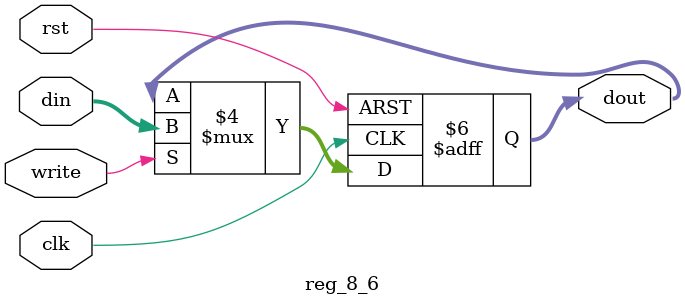
<source format=v>
module reg_8_6(clk,rst,write,din,dout);

output [7:0] dout;
input  clk,rst,write;
input  [7:0] din;

reg [7:0] dout;

always @ (posedge clk or negedge rst)
	begin
		if(!rst)
			dout  <= 8'h30;
		else 
		  if(write)
					 dout<=din;
		  else 
					 dout<=dout;
	end

endmodule
</source>
